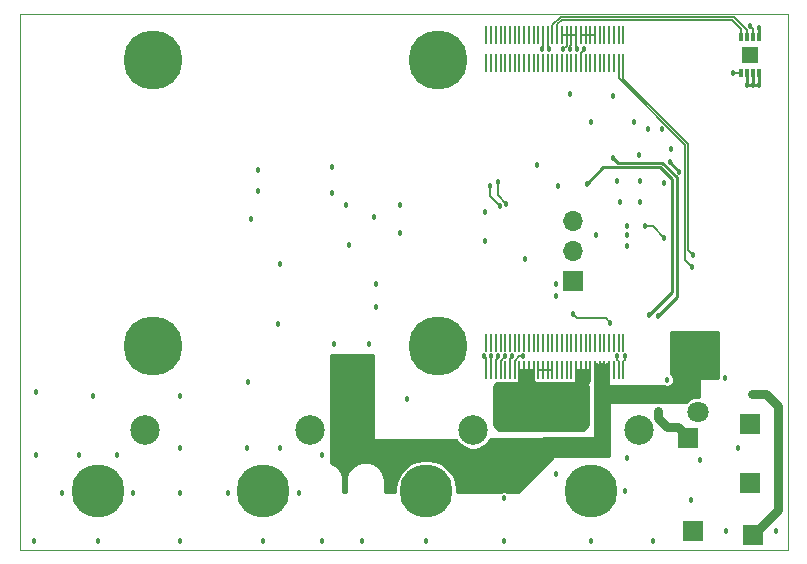
<source format=gbl>
G04 #@! TF.GenerationSoftware,KiCad,Pcbnew,(5.1.8)-1*
G04 #@! TF.CreationDate,2021-01-26T22:47:04-05:00*
G04 #@! TF.ProjectId,kimchi_ulid,6b696d63-6869-45f7-956c-69642e6b6963,v0.1*
G04 #@! TF.SameCoordinates,Original*
G04 #@! TF.FileFunction,Copper,L4,Bot*
G04 #@! TF.FilePolarity,Positive*
%FSLAX46Y46*%
G04 Gerber Fmt 4.6, Leading zero omitted, Abs format (unit mm)*
G04 Created by KiCad (PCBNEW (5.1.8)-1) date 2021-01-26 22:47:04*
%MOMM*%
%LPD*%
G01*
G04 APERTURE LIST*
G04 #@! TA.AperFunction,Profile*
%ADD10C,0.100000*%
G04 #@! TD*
G04 #@! TA.AperFunction,ComponentPad*
%ADD11R,1.700000X1.700000*%
G04 #@! TD*
G04 #@! TA.AperFunction,ComponentPad*
%ADD12O,1.700000X1.700000*%
G04 #@! TD*
G04 #@! TA.AperFunction,ComponentPad*
%ADD13R,1.800000X1.800000*%
G04 #@! TD*
G04 #@! TA.AperFunction,ComponentPad*
%ADD14C,1.800000*%
G04 #@! TD*
G04 #@! TA.AperFunction,ComponentPad*
%ADD15C,2.500000*%
G04 #@! TD*
G04 #@! TA.AperFunction,ComponentPad*
%ADD16C,4.500000*%
G04 #@! TD*
G04 #@! TA.AperFunction,ComponentPad*
%ADD17C,5.000000*%
G04 #@! TD*
G04 #@! TA.AperFunction,SMDPad,CuDef*
%ADD18R,0.200000X1.500000*%
G04 #@! TD*
G04 #@! TA.AperFunction,SMDPad,CuDef*
%ADD19R,1.460000X1.360000*%
G04 #@! TD*
G04 #@! TA.AperFunction,SMDPad,CuDef*
%ADD20R,0.300000X0.750000*%
G04 #@! TD*
G04 #@! TA.AperFunction,ViaPad*
%ADD21C,0.457200*%
G04 #@! TD*
G04 #@! TA.AperFunction,Conductor*
%ADD22C,0.150000*%
G04 #@! TD*
G04 #@! TA.AperFunction,Conductor*
%ADD23C,0.127000*%
G04 #@! TD*
G04 #@! TA.AperFunction,Conductor*
%ADD24C,0.200000*%
G04 #@! TD*
G04 #@! TA.AperFunction,Conductor*
%ADD25C,0.254000*%
G04 #@! TD*
G04 #@! TA.AperFunction,Conductor*
%ADD26C,0.300000*%
G04 #@! TD*
G04 #@! TA.AperFunction,Conductor*
%ADD27C,0.750000*%
G04 #@! TD*
G04 #@! TA.AperFunction,Conductor*
%ADD28C,0.100000*%
G04 #@! TD*
G04 APERTURE END LIST*
D10*
X172000000Y-80600000D02*
X107000000Y-80600000D01*
X107000000Y-126000000D02*
X172000000Y-126000000D01*
X107000000Y-80600000D02*
X107000000Y-126000000D01*
X172000000Y-126000000D02*
X172000000Y-80600000D01*
D11*
X153800000Y-103200000D03*
D12*
X153800000Y-100660000D03*
X153800000Y-98120000D03*
D13*
X168800000Y-115300000D03*
D14*
X164400000Y-114300000D03*
D13*
X163600000Y-116500000D03*
X168800000Y-120300000D03*
X164000000Y-124400000D03*
X169100000Y-124700000D03*
D15*
X131600000Y-115875000D03*
X117600000Y-115875000D03*
D16*
X113600000Y-121000000D03*
X127600000Y-121000000D03*
D15*
X159400000Y-115875000D03*
X145400000Y-115875000D03*
D16*
X141400000Y-121000000D03*
X155400000Y-121000000D03*
D17*
X142400000Y-108700000D03*
X142400000Y-84500000D03*
X118250000Y-108700000D03*
X118250000Y-84500000D03*
D18*
X148500000Y-110760000D03*
X148900000Y-110760000D03*
X149300000Y-110760000D03*
X149700000Y-110760000D03*
X150100000Y-110760000D03*
X146500000Y-108440000D03*
X150500000Y-110760000D03*
X146900000Y-108440000D03*
X150900000Y-110760000D03*
X147300000Y-108440000D03*
X151300000Y-110760000D03*
X147700000Y-108440000D03*
X151700000Y-110760000D03*
X148100000Y-108440000D03*
X152100000Y-110760000D03*
X148500000Y-108440000D03*
X152500000Y-110760000D03*
X148900000Y-108440000D03*
X152900000Y-110760000D03*
X149300000Y-108440000D03*
X153300000Y-110760000D03*
X149700000Y-108440000D03*
X153700000Y-110760000D03*
X150100000Y-108440000D03*
X154100000Y-110760000D03*
X150500000Y-108440000D03*
X154500000Y-110760000D03*
X150900000Y-108440000D03*
X154900000Y-110760000D03*
X151300000Y-108440000D03*
X155300000Y-110760000D03*
X151700000Y-108440000D03*
X155700000Y-110760000D03*
X152100000Y-108440000D03*
X156100000Y-110760000D03*
X152500000Y-108440000D03*
X156500000Y-110760000D03*
X152900000Y-108440000D03*
X156900000Y-110760000D03*
X153300000Y-108440000D03*
X157300000Y-110760000D03*
X153700000Y-108440000D03*
X157700000Y-110760000D03*
X154100000Y-108440000D03*
X158100000Y-110760000D03*
X154500000Y-108440000D03*
X146500000Y-110760000D03*
X154900000Y-108440000D03*
X146900000Y-110760000D03*
X155300000Y-108440000D03*
X147300000Y-110760000D03*
X155700000Y-108440000D03*
X147700000Y-110760000D03*
X156100000Y-108440000D03*
X148100000Y-110760000D03*
X156500000Y-108440000D03*
X156900000Y-108440000D03*
X157300000Y-108440000D03*
X157700000Y-108440000D03*
X158100000Y-108440000D03*
X148500000Y-84760000D03*
X148900000Y-84760000D03*
X149300000Y-84760000D03*
X149700000Y-84760000D03*
X150100000Y-84760000D03*
X146500000Y-82440000D03*
X150500000Y-84760000D03*
X146900000Y-82440000D03*
X150900000Y-84760000D03*
X147300000Y-82440000D03*
X151300000Y-84760000D03*
X147700000Y-82440000D03*
X151700000Y-84760000D03*
X148100000Y-82440000D03*
X152100000Y-84760000D03*
X148500000Y-82440000D03*
X152500000Y-84760000D03*
X148900000Y-82440000D03*
X152900000Y-84760000D03*
X149300000Y-82440000D03*
X153300000Y-84760000D03*
X149700000Y-82440000D03*
X153700000Y-84760000D03*
X150100000Y-82440000D03*
X154100000Y-84760000D03*
X150500000Y-82440000D03*
X154500000Y-84760000D03*
X150900000Y-82440000D03*
X154900000Y-84760000D03*
X151300000Y-82440000D03*
X155300000Y-84760000D03*
X151700000Y-82440000D03*
X155700000Y-84760000D03*
X152100000Y-82440000D03*
X156100000Y-84760000D03*
X152500000Y-82440000D03*
X156500000Y-84760000D03*
X152900000Y-82440000D03*
X156900000Y-84760000D03*
X153300000Y-82440000D03*
X157300000Y-84760000D03*
X153700000Y-82440000D03*
X157700000Y-84760000D03*
X154100000Y-82440000D03*
X158100000Y-84760000D03*
X154500000Y-82440000D03*
X146500000Y-84760000D03*
X154900000Y-82440000D03*
X146900000Y-84760000D03*
X155300000Y-82440000D03*
X147300000Y-84760000D03*
X155700000Y-82440000D03*
X147700000Y-84760000D03*
X156100000Y-82440000D03*
X148100000Y-84760000D03*
X156500000Y-82440000D03*
X156900000Y-82440000D03*
X157300000Y-82440000D03*
X157700000Y-82440000D03*
X158100000Y-82440000D03*
D19*
X168800000Y-84100000D03*
D20*
X169550000Y-82600000D03*
X169050000Y-82600000D03*
X168550000Y-82600000D03*
X168050000Y-82600000D03*
X168050000Y-85600000D03*
X168550000Y-85600000D03*
X169050000Y-85600000D03*
X169550000Y-85600000D03*
D21*
X154800000Y-83600000D03*
X154200000Y-83600000D03*
X153000000Y-83600000D03*
X159400000Y-92600000D03*
X149750000Y-101400000D03*
X146400000Y-99800000D03*
X161800000Y-111600000D03*
X152600000Y-95200000D03*
X161400000Y-90400000D03*
X160200000Y-90400000D03*
X159000000Y-89800000D03*
X155400000Y-89800000D03*
X150800000Y-93400000D03*
X153600000Y-87400000D03*
X157200000Y-87600000D03*
X158400000Y-100283000D03*
X159522500Y-96502500D03*
X159522500Y-94777500D03*
X147600000Y-113000000D03*
X139800000Y-113200000D03*
X126320000Y-111800000D03*
X120600000Y-113000000D03*
X166720000Y-111480000D03*
X160600000Y-125200000D03*
X171000000Y-124400000D03*
X166800000Y-124400000D03*
X167800000Y-117400000D03*
X164600000Y-118400000D03*
X157819119Y-96502500D03*
X137149722Y-103450278D03*
X137149722Y-105450278D03*
X128900000Y-106900000D03*
X129000038Y-101800000D03*
X126600000Y-98000000D03*
X153110000Y-112800000D03*
X153000000Y-114600000D03*
X149000000Y-114600000D03*
X151400000Y-114600000D03*
X149000000Y-115600000D03*
X151400000Y-115600000D03*
X153000000Y-115600000D03*
X154600000Y-115600000D03*
X154600000Y-114600000D03*
X147600000Y-114600000D03*
X147600000Y-115600000D03*
X108400000Y-112600000D03*
X141400000Y-125200000D03*
X148000000Y-125200000D03*
X136000000Y-125200000D03*
X155400000Y-125200000D03*
X132600000Y-125200000D03*
X127600000Y-125200000D03*
X113600000Y-125200000D03*
X120600000Y-125200000D03*
X108200000Y-125200000D03*
X148000000Y-121600000D03*
X120600000Y-121200000D03*
X132600000Y-118000000D03*
X120600000Y-117400000D03*
X108400000Y-118000000D03*
X158200000Y-121000000D03*
X163800000Y-121800000D03*
X158400000Y-118200000D03*
X110600000Y-121200000D03*
X124600000Y-121200000D03*
X116600000Y-121200000D03*
X129000000Y-117400000D03*
X115200000Y-118000000D03*
X126200000Y-117400000D03*
X112000000Y-118000000D03*
X113200000Y-113000000D03*
X152400000Y-119600000D03*
X130600000Y-121200000D03*
X152400000Y-103517000D03*
X168800000Y-81600000D03*
X167400000Y-85600000D03*
X153600000Y-83600000D03*
X157580890Y-94777500D03*
X158410000Y-98589978D03*
X161580890Y-94891999D03*
X169550000Y-81800000D03*
X169550000Y-86650000D03*
X136600000Y-108600000D03*
X133600000Y-108600000D03*
X133600000Y-110200000D03*
X136600000Y-110200000D03*
X165800000Y-107800000D03*
X162400000Y-107800000D03*
X162400000Y-111000000D03*
X165800000Y-111000000D03*
X164000000Y-107800000D03*
X168550000Y-86650000D03*
X169050000Y-86650000D03*
X151200000Y-83600000D03*
X146800000Y-95199958D03*
X147649744Y-96878879D03*
X151800026Y-83600000D03*
X147454011Y-94854011D03*
X148200000Y-96682610D03*
X158200000Y-109600000D03*
X163948178Y-102044534D03*
X157600000Y-109600000D03*
X164000000Y-101000002D03*
X159900000Y-98600000D03*
X161580890Y-99600000D03*
X148687338Y-109606805D03*
X149600000Y-109600000D03*
X157000000Y-106800000D03*
X153800000Y-106000000D03*
X146336621Y-109600000D03*
X146920814Y-109595192D03*
X147506331Y-109602388D03*
X148095413Y-109606018D03*
X157200000Y-92800000D03*
X161000000Y-106200000D03*
X160286410Y-106065526D03*
X155000000Y-94999994D03*
X169000000Y-112800000D03*
X161000026Y-114200000D03*
X162020870Y-93179130D03*
X162841740Y-94000000D03*
X127200000Y-95600000D03*
X133400000Y-93600000D03*
X133400000Y-95800000D03*
X127200000Y-93800000D03*
X162117000Y-92083000D03*
X155800000Y-99317000D03*
X158400000Y-99317000D03*
X139200000Y-96800000D03*
X139200000Y-99200000D03*
X134600000Y-96800000D03*
X134850278Y-100200000D03*
X137000000Y-97800000D03*
X152400000Y-104483000D03*
X146400000Y-97400000D03*
D22*
X154760000Y-111840000D02*
X154760000Y-112160000D01*
X154360000Y-111440000D02*
X154360000Y-111840000D01*
D23*
X154760000Y-110760000D02*
X154760000Y-110760000D01*
D22*
X155040000Y-111360000D02*
X155040000Y-111760000D01*
X154640000Y-110760000D02*
X154640000Y-112160000D01*
X154100000Y-110760000D02*
X154100000Y-112100000D01*
X154360000Y-111840000D02*
X154360000Y-112160000D01*
D23*
X154640000Y-110760000D02*
X154360000Y-110760000D01*
X154760000Y-110760000D02*
X154640000Y-110760000D01*
X155160000Y-110760000D02*
X155040000Y-110760000D01*
X154240000Y-110760000D02*
X154100000Y-110760000D01*
D22*
X154760000Y-110760000D02*
X154760000Y-111840000D01*
X154360000Y-110760000D02*
X154360000Y-111440000D01*
X154900000Y-110760000D02*
X154900000Y-112100000D01*
D23*
X154360000Y-110760000D02*
X154240000Y-110760000D01*
D22*
X154500000Y-110760000D02*
X154500000Y-112100000D01*
X155040000Y-110760000D02*
X155040000Y-111360000D01*
D23*
X155040000Y-110760000D02*
X154760000Y-110760000D01*
D22*
X154240000Y-110760000D02*
X154240000Y-112160000D01*
D23*
X155300000Y-110760000D02*
X155160000Y-110760000D01*
D22*
X155040000Y-111760000D02*
X155040000Y-112160000D01*
X149700000Y-110760000D02*
X149700000Y-112100000D01*
X150100000Y-110760000D02*
X150100000Y-112100000D01*
X150500000Y-110760000D02*
X150500000Y-112100000D01*
X150240000Y-110760000D02*
X150240000Y-111360000D01*
X150360000Y-110760000D02*
X150360000Y-112160000D01*
D23*
X150500000Y-110760000D02*
X150360000Y-110760000D01*
X150360000Y-110760000D02*
X150240000Y-110760000D01*
D22*
X149840000Y-110760000D02*
X149840000Y-112160000D01*
X149960000Y-110760000D02*
X149960000Y-111840000D01*
D23*
X150240000Y-110760000D02*
X149960000Y-110760000D01*
X149960000Y-110760000D02*
X149840000Y-110760000D01*
X149440000Y-110760000D02*
X149300000Y-110760000D01*
X149840000Y-110760000D02*
X149560000Y-110760000D01*
D22*
X149560000Y-110760000D02*
X149560000Y-111440000D01*
D23*
X149560000Y-110760000D02*
X149440000Y-110760000D01*
D22*
X149440000Y-110760000D02*
X149440000Y-112160000D01*
X149300000Y-110760000D02*
X149300000Y-112100000D01*
X149560000Y-111840000D02*
X149560000Y-112160000D01*
X150240000Y-111760000D02*
X150240000Y-112160000D01*
D23*
X149960000Y-110760000D02*
X149960000Y-110760000D01*
D22*
X150240000Y-111360000D02*
X150240000Y-111760000D01*
X149560000Y-111440000D02*
X149560000Y-111840000D01*
X149960000Y-111840000D02*
X149960000Y-112160000D01*
D23*
X169050000Y-82600000D02*
X169050000Y-81850000D01*
X169050000Y-81850000D02*
X168800000Y-81600000D01*
X168800000Y-81600000D02*
X168800000Y-81600000D01*
X168050000Y-85600000D02*
X167400000Y-85600000D01*
X167400000Y-85600000D02*
X167400000Y-85600000D01*
D24*
X152900000Y-82440000D02*
X153760000Y-82440000D01*
X153760000Y-82440000D02*
X154100000Y-82440000D01*
D23*
X154783000Y-83600000D02*
X154800000Y-83600000D01*
X154500000Y-83883000D02*
X154783000Y-83600000D01*
X154500000Y-84760000D02*
X154500000Y-83883000D01*
X153300000Y-83300000D02*
X153300000Y-82440000D01*
X153000000Y-83600000D02*
X153300000Y-83300000D01*
X153700000Y-83250000D02*
X153700000Y-82440000D01*
X153600000Y-83350000D02*
X153700000Y-83250000D01*
X153600000Y-83600000D02*
X153600000Y-83350000D01*
X154100000Y-83300000D02*
X154100000Y-82440000D01*
X154200000Y-83400000D02*
X154100000Y-83300000D01*
X154200000Y-83600000D02*
X154200000Y-83400000D01*
D22*
X155300000Y-111700000D02*
X155200000Y-111800000D01*
X155300000Y-110760000D02*
X155300000Y-111700000D01*
X155160000Y-111840000D02*
X155000000Y-112000000D01*
X155160000Y-110760000D02*
X155160000Y-111840000D01*
D23*
X154500000Y-82440000D02*
X155700000Y-82440000D01*
X150900000Y-110760000D02*
X152100000Y-110760000D01*
D25*
X169550000Y-82600000D02*
X169550000Y-81800000D01*
X169550000Y-85600000D02*
X169550000Y-86650000D01*
X169050000Y-85600000D02*
X169050000Y-86650000D01*
X169050000Y-86650000D02*
X169550000Y-86650000D01*
X168550000Y-86650000D02*
X168550000Y-86650000D01*
X168550000Y-85600000D02*
X168550000Y-86650000D01*
D24*
X155700000Y-110760000D02*
X155700000Y-112100000D01*
X156900000Y-110760000D02*
X156900000Y-112100000D01*
X156100000Y-110760000D02*
X156100000Y-112100000D01*
X156500000Y-110760000D02*
X156500000Y-112100000D01*
D26*
X156700000Y-112100000D02*
X156700000Y-110300000D01*
D24*
X156700000Y-112100000D02*
X156900000Y-112100000D01*
D26*
X156300000Y-112100000D02*
X156300000Y-110300000D01*
D24*
X156300000Y-112100000D02*
X156700000Y-112100000D01*
D26*
X155900000Y-112100000D02*
X155900000Y-110300000D01*
D24*
X155700000Y-112100000D02*
X155900000Y-112100000D01*
X155900000Y-112100000D02*
X156300000Y-112100000D01*
D25*
X168550000Y-86650000D02*
X169050000Y-86650000D01*
X169050000Y-86650000D02*
X169050000Y-86650000D01*
D23*
X167440510Y-80840510D02*
X152779877Y-80840510D01*
X168550000Y-82600000D02*
X168550000Y-81950000D01*
X168550000Y-81950000D02*
X167440510Y-80840510D01*
X152779877Y-80840510D02*
X152100000Y-81520387D01*
X152100000Y-81520387D02*
X152100000Y-82440000D01*
X152500000Y-81479611D02*
X152500000Y-82440000D01*
X152885090Y-81094521D02*
X152500000Y-81479611D01*
X168050000Y-81850000D02*
X167294521Y-81094521D01*
X167294521Y-81094521D02*
X152885090Y-81094521D01*
X168050000Y-82600000D02*
X168050000Y-81850000D01*
X151300000Y-83500000D02*
X151200000Y-83600000D01*
X151300000Y-82440000D02*
X151300000Y-83500000D01*
X146800000Y-95199958D02*
X146800000Y-96029135D01*
X146800000Y-96029135D02*
X147649744Y-96878879D01*
X151800026Y-83600000D02*
X151800026Y-83400026D01*
X151700000Y-83300000D02*
X151700000Y-82440000D01*
X151800026Y-83400026D02*
X151700000Y-83300000D01*
X147454011Y-94854011D02*
X147454011Y-95936621D01*
X147454011Y-95936621D02*
X148200000Y-96682610D01*
X158200000Y-109900000D02*
X158200000Y-109600000D01*
X158100000Y-110000000D02*
X158200000Y-109900000D01*
X158100000Y-110760000D02*
X158100000Y-110000000D01*
X157700000Y-84760000D02*
X157700000Y-86059224D01*
X157700000Y-86059224D02*
X163345989Y-91705213D01*
X163345989Y-91705213D02*
X163345989Y-101442345D01*
X163345989Y-101442345D02*
X163948178Y-102044534D01*
X157600000Y-109900000D02*
X157600000Y-109600000D01*
X157700000Y-110000000D02*
X157600000Y-109900000D01*
X157700000Y-110760000D02*
X157700000Y-110000000D01*
X163600000Y-100600002D02*
X164000000Y-101000002D01*
X163600000Y-91600000D02*
X163600000Y-100600002D01*
X158100000Y-86100000D02*
X163600000Y-91600000D01*
X158100000Y-84760000D02*
X158100000Y-86100000D01*
X160580890Y-98600000D02*
X161580890Y-99600000D01*
X159900000Y-98600000D02*
X160580890Y-98600000D01*
X148500000Y-109794143D02*
X148687338Y-109606805D01*
X148500000Y-110760000D02*
X148500000Y-109794143D01*
X148900000Y-110760000D02*
X148900000Y-109998905D01*
X148900000Y-109998905D02*
X149298905Y-109600000D01*
X149298905Y-109600000D02*
X149600000Y-109600000D01*
X154200000Y-106400000D02*
X153800000Y-106000000D01*
X156600000Y-106400000D02*
X154200000Y-106400000D01*
X157000000Y-106800000D02*
X156600000Y-106400000D01*
X146500000Y-109763379D02*
X146336621Y-109600000D01*
X146500000Y-110760000D02*
X146500000Y-109763379D01*
X146900000Y-110760000D02*
X146900000Y-109616006D01*
X146900000Y-109616006D02*
X146920814Y-109595192D01*
X147506331Y-109676669D02*
X147506331Y-109602388D01*
X147300000Y-109883000D02*
X147506331Y-109676669D01*
X147300000Y-110760000D02*
X147300000Y-109883000D01*
X147700000Y-110760000D02*
X147700000Y-110001431D01*
X147700000Y-110001431D02*
X148095413Y-109606018D01*
D25*
X157200000Y-92800000D02*
X157618989Y-93218989D01*
X157618989Y-93218989D02*
X161357819Y-93218989D01*
X161357819Y-93218989D02*
X162600000Y-94461170D01*
X162600000Y-94461170D02*
X162600000Y-104600000D01*
X162600000Y-104600000D02*
X161000000Y-106200000D01*
X160286410Y-106065526D02*
X162218989Y-104132947D01*
X162218989Y-104132947D02*
X162218989Y-94618989D01*
X162218989Y-94618989D02*
X161200000Y-93600000D01*
X161200000Y-93600000D02*
X156399994Y-93600000D01*
X156399994Y-93600000D02*
X155000000Y-94999994D01*
D27*
X169100000Y-124700000D02*
X170800000Y-123000000D01*
X170800000Y-123000000D02*
X171200000Y-122600000D01*
X171200000Y-122600000D02*
X171200000Y-113800000D01*
X171200000Y-113800000D02*
X170200000Y-112800000D01*
X170200000Y-112800000D02*
X169000000Y-112800000D01*
D23*
X169000000Y-112800000D02*
X169000000Y-112800000D01*
D27*
X161000026Y-114800026D02*
X161000026Y-114200000D01*
X161800000Y-115600000D02*
X161000026Y-114800026D01*
X162600000Y-115600000D02*
X161800000Y-115600000D01*
X162700000Y-115600000D02*
X163600000Y-116500000D01*
X162600000Y-115600000D02*
X162700000Y-115600000D01*
D25*
X162020870Y-93179130D02*
X162841740Y-94000000D01*
X156873000Y-118073000D02*
X152200000Y-118073000D01*
X152175224Y-118075440D01*
X152151399Y-118082667D01*
X152129443Y-118094403D01*
X152110197Y-118110197D01*
X149147394Y-121073000D01*
X148301340Y-121073000D01*
X148286859Y-121063324D01*
X148176647Y-121017673D01*
X148059646Y-120994400D01*
X147940354Y-120994400D01*
X147823353Y-121017673D01*
X147713141Y-121063324D01*
X147698660Y-121073000D01*
X144027000Y-121073000D01*
X144027000Y-120741263D01*
X143926046Y-120233732D01*
X143728017Y-119755649D01*
X143440524Y-119325385D01*
X143074615Y-118959476D01*
X142644351Y-118671983D01*
X142166268Y-118473954D01*
X141658737Y-118373000D01*
X141141263Y-118373000D01*
X140633732Y-118473954D01*
X140155649Y-118671983D01*
X139725385Y-118959476D01*
X139359476Y-119325385D01*
X139071983Y-119755649D01*
X138873954Y-120233732D01*
X138773000Y-120741263D01*
X138773000Y-121073000D01*
X137877000Y-121073000D01*
X137877000Y-120070075D01*
X137853458Y-119831052D01*
X137760425Y-119524362D01*
X137609346Y-119241714D01*
X137406029Y-118993971D01*
X137158286Y-118790654D01*
X136875638Y-118639575D01*
X136568948Y-118546542D01*
X136250000Y-118515128D01*
X135931053Y-118546542D01*
X135624363Y-118639575D01*
X135341715Y-118790654D01*
X135093972Y-118993971D01*
X134890655Y-119241714D01*
X134739576Y-119524362D01*
X134646543Y-119831052D01*
X134623000Y-120070075D01*
X134623000Y-121073000D01*
X134377000Y-121073000D01*
X134377000Y-120070075D01*
X134353458Y-119831052D01*
X134260425Y-119524362D01*
X134109346Y-119241714D01*
X133906029Y-118993971D01*
X133658286Y-118790654D01*
X133375638Y-118639575D01*
X133327000Y-118624821D01*
X133327000Y-114248381D01*
X136725643Y-116702956D01*
X136747157Y-116715484D01*
X136770702Y-116723574D01*
X136801351Y-116726993D01*
X143961611Y-116650820D01*
X144136227Y-116912152D01*
X144362848Y-117138773D01*
X144629327Y-117316828D01*
X144925422Y-117439475D01*
X145239755Y-117502000D01*
X145560245Y-117502000D01*
X145874578Y-117439475D01*
X146170673Y-117316828D01*
X146437152Y-117138773D01*
X146663773Y-116912152D01*
X146841828Y-116645673D01*
X146852435Y-116620067D01*
X155601351Y-116526993D01*
X155626100Y-116524289D01*
X155649846Y-116516809D01*
X155671677Y-116504840D01*
X155690753Y-116488842D01*
X155706341Y-116469430D01*
X155717843Y-116447350D01*
X155724816Y-116423450D01*
X155727000Y-116400000D01*
X155727000Y-112127000D01*
X156873000Y-112127000D01*
X156873000Y-118073000D01*
G04 #@! TA.AperFunction,Conductor*
D28*
G36*
X156873000Y-118073000D02*
G01*
X152200000Y-118073000D01*
X152175224Y-118075440D01*
X152151399Y-118082667D01*
X152129443Y-118094403D01*
X152110197Y-118110197D01*
X149147394Y-121073000D01*
X148301340Y-121073000D01*
X148286859Y-121063324D01*
X148176647Y-121017673D01*
X148059646Y-120994400D01*
X147940354Y-120994400D01*
X147823353Y-121017673D01*
X147713141Y-121063324D01*
X147698660Y-121073000D01*
X144027000Y-121073000D01*
X144027000Y-120741263D01*
X143926046Y-120233732D01*
X143728017Y-119755649D01*
X143440524Y-119325385D01*
X143074615Y-118959476D01*
X142644351Y-118671983D01*
X142166268Y-118473954D01*
X141658737Y-118373000D01*
X141141263Y-118373000D01*
X140633732Y-118473954D01*
X140155649Y-118671983D01*
X139725385Y-118959476D01*
X139359476Y-119325385D01*
X139071983Y-119755649D01*
X138873954Y-120233732D01*
X138773000Y-120741263D01*
X138773000Y-121073000D01*
X137877000Y-121073000D01*
X137877000Y-120070075D01*
X137853458Y-119831052D01*
X137760425Y-119524362D01*
X137609346Y-119241714D01*
X137406029Y-118993971D01*
X137158286Y-118790654D01*
X136875638Y-118639575D01*
X136568948Y-118546542D01*
X136250000Y-118515128D01*
X135931053Y-118546542D01*
X135624363Y-118639575D01*
X135341715Y-118790654D01*
X135093972Y-118993971D01*
X134890655Y-119241714D01*
X134739576Y-119524362D01*
X134646543Y-119831052D01*
X134623000Y-120070075D01*
X134623000Y-121073000D01*
X134377000Y-121073000D01*
X134377000Y-120070075D01*
X134353458Y-119831052D01*
X134260425Y-119524362D01*
X134109346Y-119241714D01*
X133906029Y-118993971D01*
X133658286Y-118790654D01*
X133375638Y-118639575D01*
X133327000Y-118624821D01*
X133327000Y-114248381D01*
X136725643Y-116702956D01*
X136747157Y-116715484D01*
X136770702Y-116723574D01*
X136801351Y-116726993D01*
X143961611Y-116650820D01*
X144136227Y-116912152D01*
X144362848Y-117138773D01*
X144629327Y-117316828D01*
X144925422Y-117439475D01*
X145239755Y-117502000D01*
X145560245Y-117502000D01*
X145874578Y-117439475D01*
X146170673Y-117316828D01*
X146437152Y-117138773D01*
X146663773Y-116912152D01*
X146841828Y-116645673D01*
X146852435Y-116620067D01*
X155601351Y-116526993D01*
X155626100Y-116524289D01*
X155649846Y-116516809D01*
X155671677Y-116504840D01*
X155690753Y-116488842D01*
X155706341Y-116469430D01*
X155717843Y-116447350D01*
X155724816Y-116423450D01*
X155727000Y-116400000D01*
X155727000Y-112127000D01*
X156873000Y-112127000D01*
X156873000Y-118073000D01*
G37*
G04 #@! TD.AperFunction*
D25*
X136873000Y-117073000D02*
X133327000Y-117073000D01*
X133327000Y-109527000D01*
X136873000Y-109527000D01*
X136873000Y-117073000D01*
G04 #@! TA.AperFunction,Conductor*
D28*
G36*
X136873000Y-117073000D02*
G01*
X133327000Y-117073000D01*
X133327000Y-109527000D01*
X136873000Y-109527000D01*
X136873000Y-117073000D01*
G37*
G04 #@! TD.AperFunction*
D25*
X166073000Y-111473000D02*
X164600000Y-111473000D01*
X164575224Y-111475440D01*
X164551399Y-111482667D01*
X164529443Y-111494403D01*
X164510197Y-111510197D01*
X164494403Y-111529443D01*
X164482667Y-111551399D01*
X164475440Y-111575224D01*
X164473000Y-111600000D01*
X164473000Y-113023000D01*
X164274226Y-113023000D01*
X164027513Y-113072074D01*
X163795114Y-113168337D01*
X163585960Y-113308089D01*
X163421049Y-113473000D01*
X161193987Y-113473000D01*
X161147444Y-113458881D01*
X161000026Y-113444362D01*
X160852609Y-113458881D01*
X160806066Y-113473000D01*
X156727000Y-113473000D01*
X156727000Y-112127000D01*
X161498660Y-112127000D01*
X161513141Y-112136676D01*
X161623353Y-112182327D01*
X161740354Y-112205600D01*
X161859646Y-112205600D01*
X161976647Y-112182327D01*
X162086859Y-112136676D01*
X162186047Y-112070400D01*
X162270400Y-111986047D01*
X162336676Y-111886859D01*
X162382327Y-111776647D01*
X162405600Y-111659646D01*
X162405600Y-111540354D01*
X162382327Y-111423353D01*
X162336676Y-111313141D01*
X162270400Y-111213953D01*
X162186047Y-111129600D01*
X162127000Y-111090146D01*
X162127000Y-107527000D01*
X166073000Y-107527000D01*
X166073000Y-111473000D01*
G04 #@! TA.AperFunction,Conductor*
D28*
G36*
X166073000Y-111473000D02*
G01*
X164600000Y-111473000D01*
X164575224Y-111475440D01*
X164551399Y-111482667D01*
X164529443Y-111494403D01*
X164510197Y-111510197D01*
X164494403Y-111529443D01*
X164482667Y-111551399D01*
X164475440Y-111575224D01*
X164473000Y-111600000D01*
X164473000Y-113023000D01*
X164274226Y-113023000D01*
X164027513Y-113072074D01*
X163795114Y-113168337D01*
X163585960Y-113308089D01*
X163421049Y-113473000D01*
X161193987Y-113473000D01*
X161147444Y-113458881D01*
X161000026Y-113444362D01*
X160852609Y-113458881D01*
X160806066Y-113473000D01*
X156727000Y-113473000D01*
X156727000Y-112127000D01*
X161498660Y-112127000D01*
X161513141Y-112136676D01*
X161623353Y-112182327D01*
X161740354Y-112205600D01*
X161859646Y-112205600D01*
X161976647Y-112182327D01*
X162086859Y-112136676D01*
X162186047Y-112070400D01*
X162270400Y-111986047D01*
X162336676Y-111886859D01*
X162382327Y-111776647D01*
X162405600Y-111659646D01*
X162405600Y-111540354D01*
X162382327Y-111423353D01*
X162336676Y-111313141D01*
X162270400Y-111213953D01*
X162186047Y-111129600D01*
X162127000Y-111090146D01*
X162127000Y-107527000D01*
X166073000Y-107527000D01*
X166073000Y-111473000D01*
G37*
G04 #@! TD.AperFunction*
D25*
X150532131Y-111777869D02*
X150589537Y-111824981D01*
X150655030Y-111859988D01*
X150726095Y-111881545D01*
X150800000Y-111888824D01*
X151000000Y-111888824D01*
X151073905Y-111881545D01*
X151100000Y-111873629D01*
X151126095Y-111881545D01*
X151200000Y-111888824D01*
X151400000Y-111888824D01*
X151473905Y-111881545D01*
X151500000Y-111873629D01*
X151526095Y-111881545D01*
X151600000Y-111888824D01*
X151800000Y-111888824D01*
X151873905Y-111881545D01*
X151900000Y-111873629D01*
X151926095Y-111881545D01*
X152000000Y-111888824D01*
X152200000Y-111888824D01*
X152273905Y-111881545D01*
X152300000Y-111873629D01*
X152326095Y-111881545D01*
X152400000Y-111888824D01*
X152600000Y-111888824D01*
X152673905Y-111881545D01*
X152700000Y-111873629D01*
X152726095Y-111881545D01*
X152800000Y-111888824D01*
X153000000Y-111888824D01*
X153073905Y-111881545D01*
X153100000Y-111873629D01*
X153126095Y-111881545D01*
X153200000Y-111888824D01*
X153400000Y-111888824D01*
X153473905Y-111881545D01*
X153500000Y-111873629D01*
X153526095Y-111881545D01*
X153600000Y-111888824D01*
X153800000Y-111888824D01*
X153873905Y-111881545D01*
X153944970Y-111859988D01*
X154010463Y-111824981D01*
X154067869Y-111777869D01*
X154109616Y-111727000D01*
X154647394Y-111727000D01*
X155073000Y-112152606D01*
X155073000Y-115447394D01*
X154647394Y-115873000D01*
X147552606Y-115873000D01*
X147127000Y-115447394D01*
X147127000Y-112152606D01*
X147390782Y-111888824D01*
X147400000Y-111888824D01*
X147473905Y-111881545D01*
X147500000Y-111873629D01*
X147526095Y-111881545D01*
X147600000Y-111888824D01*
X147800000Y-111888824D01*
X147873905Y-111881545D01*
X147900000Y-111873629D01*
X147926095Y-111881545D01*
X148000000Y-111888824D01*
X148200000Y-111888824D01*
X148273905Y-111881545D01*
X148300000Y-111873629D01*
X148326095Y-111881545D01*
X148400000Y-111888824D01*
X148600000Y-111888824D01*
X148673905Y-111881545D01*
X148700000Y-111873629D01*
X148726095Y-111881545D01*
X148800000Y-111888824D01*
X149000000Y-111888824D01*
X149073905Y-111881545D01*
X149144970Y-111859988D01*
X149210463Y-111824981D01*
X149267869Y-111777869D01*
X149309616Y-111727000D01*
X150490384Y-111727000D01*
X150532131Y-111777869D01*
G04 #@! TA.AperFunction,Conductor*
D28*
G36*
X150532131Y-111777869D02*
G01*
X150589537Y-111824981D01*
X150655030Y-111859988D01*
X150726095Y-111881545D01*
X150800000Y-111888824D01*
X151000000Y-111888824D01*
X151073905Y-111881545D01*
X151100000Y-111873629D01*
X151126095Y-111881545D01*
X151200000Y-111888824D01*
X151400000Y-111888824D01*
X151473905Y-111881545D01*
X151500000Y-111873629D01*
X151526095Y-111881545D01*
X151600000Y-111888824D01*
X151800000Y-111888824D01*
X151873905Y-111881545D01*
X151900000Y-111873629D01*
X151926095Y-111881545D01*
X152000000Y-111888824D01*
X152200000Y-111888824D01*
X152273905Y-111881545D01*
X152300000Y-111873629D01*
X152326095Y-111881545D01*
X152400000Y-111888824D01*
X152600000Y-111888824D01*
X152673905Y-111881545D01*
X152700000Y-111873629D01*
X152726095Y-111881545D01*
X152800000Y-111888824D01*
X153000000Y-111888824D01*
X153073905Y-111881545D01*
X153100000Y-111873629D01*
X153126095Y-111881545D01*
X153200000Y-111888824D01*
X153400000Y-111888824D01*
X153473905Y-111881545D01*
X153500000Y-111873629D01*
X153526095Y-111881545D01*
X153600000Y-111888824D01*
X153800000Y-111888824D01*
X153873905Y-111881545D01*
X153944970Y-111859988D01*
X154010463Y-111824981D01*
X154067869Y-111777869D01*
X154109616Y-111727000D01*
X154647394Y-111727000D01*
X155073000Y-112152606D01*
X155073000Y-115447394D01*
X154647394Y-115873000D01*
X147552606Y-115873000D01*
X147127000Y-115447394D01*
X147127000Y-112152606D01*
X147390782Y-111888824D01*
X147400000Y-111888824D01*
X147473905Y-111881545D01*
X147500000Y-111873629D01*
X147526095Y-111881545D01*
X147600000Y-111888824D01*
X147800000Y-111888824D01*
X147873905Y-111881545D01*
X147900000Y-111873629D01*
X147926095Y-111881545D01*
X148000000Y-111888824D01*
X148200000Y-111888824D01*
X148273905Y-111881545D01*
X148300000Y-111873629D01*
X148326095Y-111881545D01*
X148400000Y-111888824D01*
X148600000Y-111888824D01*
X148673905Y-111881545D01*
X148700000Y-111873629D01*
X148726095Y-111881545D01*
X148800000Y-111888824D01*
X149000000Y-111888824D01*
X149073905Y-111881545D01*
X149144970Y-111859988D01*
X149210463Y-111824981D01*
X149267869Y-111777869D01*
X149309616Y-111727000D01*
X150490384Y-111727000D01*
X150532131Y-111777869D01*
G37*
G04 #@! TD.AperFunction*
M02*

</source>
